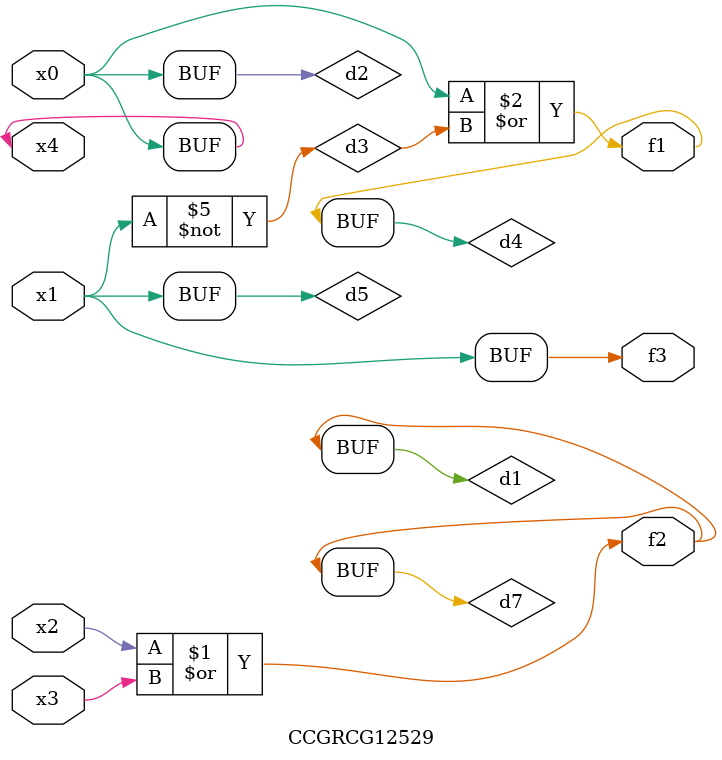
<source format=v>
module CCGRCG12529(
	input x0, x1, x2, x3, x4,
	output f1, f2, f3
);

	wire d1, d2, d3, d4, d5, d6, d7;

	or (d1, x2, x3);
	buf (d2, x0, x4);
	not (d3, x1);
	or (d4, d2, d3);
	not (d5, d3);
	nand (d6, d1, d3);
	or (d7, d1);
	assign f1 = d4;
	assign f2 = d7;
	assign f3 = d5;
endmodule

</source>
